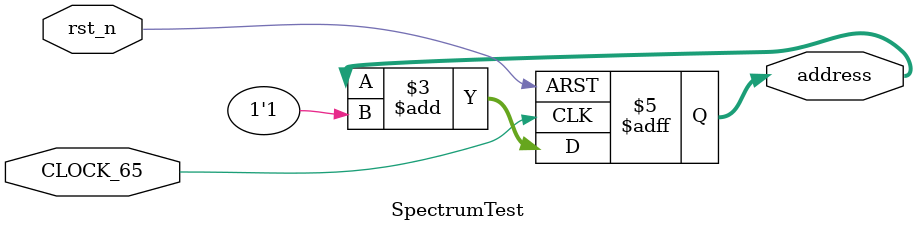
<source format=v>
module SpectrumTest(
					address,
					rst_n,
					CLOCK_65
				);
		
		output [9:0]	address;
		
		input rst_n;
		input CLOCK_65;
		
		reg [9:0]	address = 10'b0;
		
	always @(posedge CLOCK_65 or negedge rst_n)
		begin
			if(!rst_n)
				address = 10'b0;
			else
				address = address + 1'b1;
		end
			
endmodule

</source>
